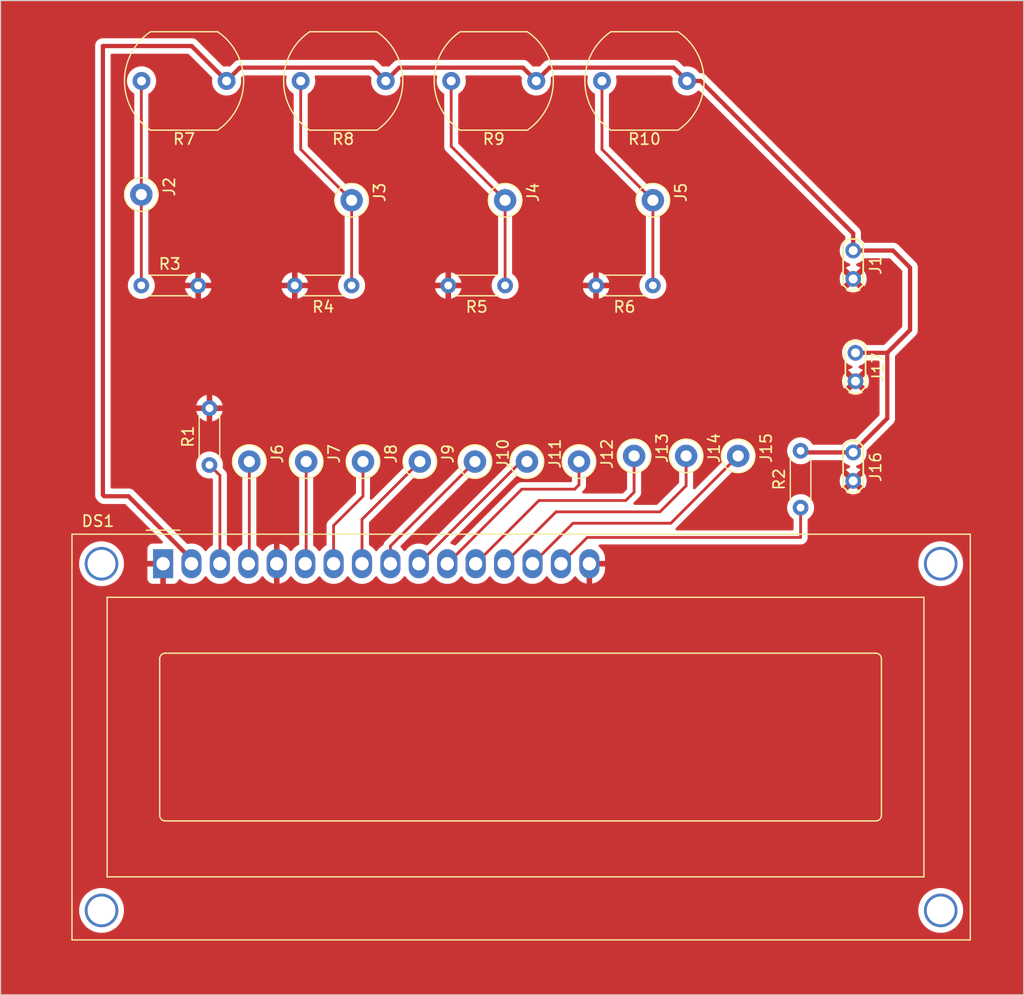
<source format=kicad_pcb>
(kicad_pcb (version 20221018) (generator pcbnew)
  (layers (0 "F.Cu" signal) (31 "B.Cu" signal) (34 "B.Paste" user) (35 "F.Paste" user) (36 "B.SilkS" user "B.Silkscreen") (37 "F.SilkS" user "F.Silkscreen") (38 "B.Mask" user) (39 "F.Mask" user) (44 "Edge.Cuts" user))
  (net 0 "")
  (net 1 "Net-(DS1-VO)")
  (net 2 "Net-(DS1-LED(+))")
  (net 3 "Net-(J2-Pin_1)")
  (net 4 "Net-(J3-Pin_1)")
  (net 5 "Net-(J4-Pin_1)")
  (net 6 "Net-(J5-Pin_1)")
  (net 7 "+5V")
  (net 8 "GND")
  (net 9 "Net-(DS1-RS)")
  (net 10 "Net-(DS1-E)")
  (net 11 "Net-(DS1-D0)")
  (net 12 "Net-(DS1-D1)")
  (net 13 "Net-(DS1-D2)")
  (net 14 "Net-(DS1-D3)")
  (net 15 "Net-(DS1-D4)")
  (net 16 "Net-(DS1-D5)")
  (net 17 "Net-(DS1-D6)")
  (net 18 "Net-(DS1-D7)")
  (footprint "Resistor_THT:R_Axial_DIN0204_L3.6mm_D1.6mm_P5.08mm_Horizontal" (layer "F.Cu") (at 149.232 68.656 180)
    (fp_text reference "R5" (at 2.54 -1.92) (layer "F.SilkS"))
    (fp_text value "10k")
    (fp_line (start 0.62 -0.92) (end 4.46 -0.92) (stroke (width 0.12)) (layer "F.SilkS"))
    (fp_line (start 0.62 0.92) (end 4.46 0.92) (stroke (width 0.12)) (layer "F.SilkS"))
    (pad "1" thru_hole circle (at 0 0 180) (size 1.4 1.4) (drill 0.7) (layers "*.Cu" "*.Mask") (net 5 "Net-(J4-Pin_1)"))
    (pad "2" thru_hole oval (at 5.08 0 180) (size 1.4 1.4) (drill 0.7) (layers "*.Cu" "*.Mask") (net 8 "GND"))
  )
  (footprint "TestPoint:TestPoint_2Pads_Pitch2.54mm_Drill0.8mm" (layer "F.Cu") (at 180.546 74.676 -90)
    (fp_text reference "J17" (at 1.3 -2 90) (layer "F.SilkS"))
    (fp_text value "~")
    (fp_line (start -1.03 -0.4) (end -0.53 -0.9) (stroke (width 0.15)) (layer "F.SilkS"))
    (fp_line (start -1.03 0.4) (end -1.03 -0.4) (stroke (width 0.15)) (layer "F.SilkS"))
    (fp_line (start -0.53 -0.9) (end 3.07 -0.9) (stroke (width 0.15)) (layer "F.SilkS"))
    (fp_line (start -0.53 0.9) (end -1.03 0.4) (stroke (width 0.15)) (layer "F.SilkS"))
    (fp_line (start 3.07 -0.9) (end 3.57 -0.4) (stroke (width 0.15)) (layer "F.SilkS"))
    (fp_line (start 3.07 0.9) (end -0.53 0.9) (stroke (width 0.15)) (layer "F.SilkS"))
    (fp_line (start 3.57 -0.4) (end 3.57 0.4) (stroke (width 0.15)) (layer "F.SilkS"))
    (fp_line (start 3.57 0.4) (end 3.07 0.9) (stroke (width 0.15)) (layer "F.SilkS"))
    (pad "1" thru_hole circle (at 0 0 270) (size 1.4 1.4) (drill 0.8) (layers "*.Cu" "*.Mask") (net 7 "+5V"))
    (pad "2" thru_hole circle (at 2.54 0 270) (size 1.4 1.4) (drill 0.8) (layers "*.Cu" "*.Mask") (net 8 "GND"))
  )
  (footprint "TestPoint:TestPoint_Loop_D1.80mm_Drill1.0mm_Beaded" (layer "F.Cu") (at 162.44 61.036 90)
    (fp_text reference "J5" (at 0.7 2.5 90) (layer "F.SilkS"))
    (fp_text value "~")
    (fp_circle (center 0 0) (end 1.5 0) (stroke (width 0.12)) (fill none) (layer "F.SilkS"))
    (pad "1" thru_hole circle (at 0 0 90) (size 2 2) (drill 1) (layers "*.Cu" "*.Mask") (net 6 "Net-(J5-Pin_1)"))
  )
  (footprint "Resistor_THT:R_Axial_DIN0204_L3.6mm_D1.6mm_P5.08mm_Horizontal" (layer "F.Cu") (at 135.516 68.656 180)
    (fp_text reference "R4" (at 2.54 -1.92) (layer "F.SilkS"))
    (fp_text value "10k")
    (fp_line (start 0.62 -0.92) (end 4.46 -0.92) (stroke (width 0.12)) (layer "F.SilkS"))
    (fp_line (start 0.62 0.92) (end 4.46 0.92) (stroke (width 0.12)) (layer "F.SilkS"))
    (pad "1" thru_hole circle (at 0 0 180) (size 1.4 1.4) (drill 0.7) (layers "*.Cu" "*.Mask") (net 4 "Net-(J3-Pin_1)"))
    (pad "2" thru_hole oval (at 5.08 0 180) (size 1.4 1.4) (drill 0.7) (layers "*.Cu" "*.Mask") (net 8 "GND"))
  )
  (footprint "Resistor_THT:R_Axial_DIN0204_L3.6mm_D1.6mm_P5.08mm_Horizontal" (layer "F.Cu") (at 162.44 68.656 180)
    (fp_text reference "R6" (at 2.54 -1.92) (layer "F.SilkS"))
    (fp_text value "10k")
    (fp_line (start 0.62 -0.92) (end 4.46 -0.92) (stroke (width 0.12)) (layer "F.SilkS"))
    (fp_line (start 0.62 0.92) (end 4.46 0.92) (stroke (width 0.12)) (layer "F.SilkS"))
    (pad "1" thru_hole circle (at 0 0 180) (size 1.4 1.4) (drill 0.7) (layers "*.Cu" "*.Mask") (net 6 "Net-(J5-Pin_1)"))
    (pad "2" thru_hole oval (at 5.08 0 180) (size 1.4 1.4) (drill 0.7) (layers "*.Cu" "*.Mask") (net 8 "GND"))
  )
  (footprint "TestPoint:TestPoint_Loop_D1.80mm_Drill1.0mm_Beaded" (layer "F.Cu") (at 126.372 84.404 90)
    (fp_text reference "J6" (at 0.7 2.5 90) (layer "F.SilkS"))
    (fp_text value "~")
    (fp_circle (center 0 0) (end 1.5 0) (stroke (width 0.12)) (fill none) (layer "F.SilkS"))
    (pad "1" thru_hole circle (at 0 0 90) (size 2 2) (drill 1) (layers "*.Cu" "*.Mask") (net 9 "Net-(DS1-RS)"))
  )
  (footprint "Resistor_THT:R_Axial_DIN0204_L3.6mm_D1.6mm_P5.08mm_Horizontal" (layer "F.Cu") (at 122.809 84.709 90)
    (fp_text reference "R1" (at 2.54 -1.92 90) (layer "F.SilkS"))
    (fp_text value "1k")
    (fp_line (start 0.62 -0.92) (end 4.46 -0.92) (stroke (width 0.12)) (layer "F.SilkS"))
    (fp_line (start 0.62 0.92) (end 4.46 0.92) (stroke (width 0.12)) (layer "F.SilkS"))
    (pad "1" thru_hole circle (at 0 0 90) (size 1.4 1.4) (drill 0.7) (layers "*.Cu" "*.Mask") (net 1 "Net-(DS1-VO)"))
    (pad "2" thru_hole oval (at 5.08 0 90) (size 1.4 1.4) (drill 0.7) (layers "*.Cu" "*.Mask") (net 8 "GND"))
  )
  (footprint "TestPoint:TestPoint_Loop_D1.80mm_Drill1.0mm_Beaded" (layer "F.Cu") (at 149.232 61.036 90)
    (fp_text reference "J4" (at 0.7 2.5 90) (layer "F.SilkS"))
    (fp_text value "~")
    (fp_circle (center 0 0) (end 1.5 0) (stroke (width 0.12)) (fill none) (layer "F.SilkS"))
    (pad "1" thru_hole circle (at 0 0 90) (size 2 2) (drill 1) (layers "*.Cu" "*.Mask") (net 5 "Net-(J4-Pin_1)"))
  )
  (footprint "TestPoint:TestPoint_Loop_D1.80mm_Drill1.0mm_Beaded" (layer "F.Cu") (at 165.41 83.896 90)
    (fp_text reference "J14" (at 0.7 2.5 90) (layer "F.SilkS"))
    (fp_text value "~")
    (fp_circle (center 0 0) (end 1.5 0) (stroke (width 0.12)) (fill none) (layer "F.SilkS"))
    (pad "1" thru_hole circle (at 0 0 90) (size 2 2) (drill 1) (layers "*.Cu" "*.Mask") (net 17 "Net-(DS1-D6)"))
  )
  (footprint "TestPoint:TestPoint_Loop_D1.80mm_Drill1.0mm_Beaded" (layer "F.Cu") (at 170.06 83.896 90)
    (fp_text reference "J15" (at 0.7 2.5 90) (layer "F.SilkS"))
    (fp_text value "~")
    (fp_circle (center 0 0) (end 1.5 0) (stroke (width 0.12)) (fill none) (layer "F.SilkS"))
    (pad "1" thru_hole circle (at 0 0 90) (size 2 2) (drill 1) (layers "*.Cu" "*.Mask") (net 18 "Net-(DS1-D7)"))
  )
  (footprint "TestPoint:TestPoint_2Pads_Pitch2.54mm_Drill0.8mm" (layer "F.Cu") (at 180.34 65.532 -90)
    (fp_text reference "J1" (at 1.3 -2 90) (layer "F.SilkS"))
    (fp_text value "~")
    (fp_line (start -1.03 -0.4) (end -0.53 -0.9) (stroke (width 0.15)) (layer "F.SilkS"))
    (fp_line (start -1.03 0.4) (end -1.03 -0.4) (stroke (width 0.15)) (layer "F.SilkS"))
    (fp_line (start -0.53 -0.9) (end 3.07 -0.9) (stroke (width 0.15)) (layer "F.SilkS"))
    (fp_line (start -0.53 0.9) (end -1.03 0.4) (stroke (width 0.15)) (layer "F.SilkS"))
    (fp_line (start 3.07 -0.9) (end 3.57 -0.4) (stroke (width 0.15)) (layer "F.SilkS"))
    (fp_line (start 3.07 0.9) (end -0.53 0.9) (stroke (width 0.15)) (layer "F.SilkS"))
    (fp_line (start 3.57 -0.4) (end 3.57 0.4) (stroke (width 0.15)) (layer "F.SilkS"))
    (fp_line (start 3.57 0.4) (end 3.07 0.9) (stroke (width 0.15)) (layer "F.SilkS"))
    (pad "1" thru_hole circle (at 0 0 270) (size 1.4 1.4) (drill 0.8) (layers "*.Cu" "*.Mask") (net 7 "+5V"))
    (pad "2" thru_hole circle (at 2.54 0 270) (size 1.4 1.4) (drill 0.8) (layers "*.Cu" "*.Mask") (net 8 "GND"))
  )
  (footprint "Resistor_THT:R_Axial_DIN0204_L3.6mm_D1.6mm_P5.08mm_Horizontal" (layer "F.Cu") (at 175.641 88.519 90)
    (fp_text reference "R2" (at 2.54 -1.92 90) (layer "F.SilkS"))
    (fp_text value "1k")
    (fp_line (start 0.62 -0.92) (end 4.46 -0.92) (stroke (width 0.12)) (layer "F.SilkS"))
    (fp_line (start 0.62 0.92) (end 4.46 0.92) (stroke (width 0.12)) (layer "F.SilkS"))
    (pad "1" thru_hole circle (at 0 0 90) (size 1.4 1.4) (drill 0.7) (layers "*.Cu" "*.Mask") (net 2 "Net-(DS1-LED(+))"))
    (pad "2" thru_hole oval (at 5.08 0 90) (size 1.4 1.4) (drill 0.7) (layers "*.Cu" "*.Mask") (net 7 "+5V"))
  )
  (footprint "TestPoint:TestPoint_Loop_D1.80mm_Drill1.0mm_Beaded" (layer "F.Cu") (at 136.532 84.404 90)
    (fp_text reference "J8" (at 0.7 2.5 90) (layer "F.SilkS"))
    (fp_text value "~")
    (fp_circle (center 0 0) (end 1.5 0) (stroke (width 0.12)) (fill none) (layer "F.SilkS"))
    (pad "1" thru_hole circle (at 0 0 90) (size 2 2) (drill 1) (layers "*.Cu" "*.Mask") (net 11 "Net-(DS1-D0)"))
  )
  (footprint "TestPoint:TestPoint_Loop_D1.80mm_Drill1.0mm_Beaded" (layer "F.Cu") (at 131.452 84.404 90)
    (fp_text reference "J7" (at 0.7 2.5 90) (layer "F.SilkS"))
    (fp_text value "~")
    (fp_circle (center 0 0) (end 1.5 0) (stroke (width 0.12)) (fill none) (layer "F.SilkS"))
    (pad "1" thru_hole circle (at 0 0 90) (size 2 2) (drill 1) (layers "*.Cu" "*.Mask") (net 10 "Net-(DS1-E)"))
  )
  (footprint "TestPoint:TestPoint_2Pads_Pitch2.54mm_Drill0.8mm" (layer "F.Cu") (at 180.34 83.586 -90)
    (fp_text reference "J16" (at 1.3 -2 90) (layer "F.SilkS"))
    (fp_text value "~")
    (fp_line (start -1.03 -0.4) (end -0.53 -0.9) (stroke (width 0.15)) (layer "F.SilkS"))
    (fp_line (start -1.03 0.4) (end -1.03 -0.4) (stroke (width 0.15)) (layer "F.SilkS"))
    (fp_line (start -0.53 -0.9) (end 3.07 -0.9) (stroke (width 0.15)) (layer "F.SilkS"))
    (fp_line (start -0.53 0.9) (end -1.03 0.4) (stroke (width 0.15)) (layer "F.SilkS"))
    (fp_line (start 3.07 -0.9) (end 3.57 -0.4) (stroke (width 0.15)) (layer "F.SilkS"))
    (fp_line (start 3.07 0.9) (end -0.53 0.9) (stroke (width 0.15)) (layer "F.SilkS"))
    (fp_line (start 3.57 -0.4) (end 3.57 0.4) (stroke (width 0.15)) (layer "F.SilkS"))
    (fp_line (start 3.57 0.4) (end 3.07 0.9) (stroke (width 0.15)) (layer "F.SilkS"))
    (pad "1" thru_hole circle (at 0 0 270) (size 1.4 1.4) (drill 0.8) (layers "*.Cu" "*.Mask") (net 7 "+5V"))
    (pad "2" thru_hole circle (at 2.54 0 270) (size 1.4 1.4) (drill 0.8) (layers "*.Cu" "*.Mask") (net 8 "GND"))
  )
  (footprint "OptoDevice:R_LDR_10x8.5mm_P7.6mm_Vertical" (layer "F.Cu") (at 152.016 50.368 180)
    (fp_text reference "R9" (at 3.8 -5.2) (layer "F.SilkS"))
    (fp_text value "LDR03")
    (fp_line (start 0.8 -4.4) (end 6.8 -4.4) (stroke (width 0.12)) (layer "F.SilkS"))
    (fp_line (start 0.8 4.4) (end 6.8 4.4) (stroke (width 0.12)) (layer "F.SilkS"))
    (fp_arc (start 0.8 4.4) (mid -1.525374 0.019809) (end 0.76735 -4.37756) (stroke (width 0.12)) (layer "F.SilkS"))
    (fp_arc (start 6.8 -4.4) (mid 9.125374 -0.019809) (end 6.83265 4.37756) (stroke (width 0.12)) (layer "F.SilkS"))
    (pad "1" thru_hole circle (at 0 0 180) (size 1.6 1.6) (drill 0.8) (layers "*.Cu" "*.Mask") (net 7 "+5V"))
    (pad "2" thru_hole circle (at 7.6 0 180) (size 1.6 1.6) (drill 0.8) (layers "*.Cu" "*.Mask") (net 5 "Net-(J4-Pin_1)"))
  )
  (footprint "Display:WC1602A" (layer "F.Cu") (at 118.6631 93.5353)
    (fp_text reference "DS1" (at -5.82 -3.81) (layer "F.SilkS"))
    (fp_text value "WC1602A" hide)
    (fp_line (start -8.14 -2.64) (end -8.14 33.64) (stroke (width 0.12)) (layer "F.SilkS"))
    (fp_line (start -8.14 33.64) (end 72.14 33.64) (stroke (width 0.12)) (layer "F.SilkS"))
    (fp_line (start -8.13 -2.64) (end -7.34 -2.64) (stroke (width 0.12)) (layer "F.SilkS"))
    (fp_line (start -5 3) (end 68 3) (stroke (width 0.12)) (layer "F.SilkS"))
    (fp_line (start -5 28) (end -5 3) (stroke (width 0.12)) (layer "F.SilkS"))
    (fp_line (start -1.5 -3) (end 1.5 -3) (stroke (width 0.12)) (layer "F.SilkS"))
    (fp_line (start -0.29972 22.49932) (end -0.29972 8.5) (stroke (width 0.12)) (layer "F.SilkS"))
    (fp_line (start 0.2 8) (end 63.7 8) (stroke (width 0.12)) (layer "F.SilkS"))
    (fp_line (start 63.70066 23) (end 0.2 23) (stroke (width 0.12)) (layer "F.SilkS"))
    (fp_line (start 64.2 8.5) (end 64.2 22.5) (stroke (width 0.12)) (layer "F.SilkS"))
    (fp_line (start 68 3) (end 68 28) (stroke (width 0.12)) (layer "F.SilkS"))
    (fp_line (start 68 28) (end -5 28) (stroke (width 0.12)) (layer "F.SilkS"))
    (fp_line (start 72.14 -2.64) (end -7.34 -2.64) (stroke (width 0.12)) (layer "F.SilkS"))
    (fp_line (start 72.14 33.64) (end 72.14 -2.64) (stroke (width 0.12)) (layer "F.SilkS"))
    (fp_arc (start -0.29972 8.49884) (mid -0.153162 8.145018) (end 0.20066 7.99846) (stroke (width 0.12)) (layer "F.SilkS"))
    (fp_arc (start 0.20066 22.9997) (mid -0.153162 22.853142) (end -0.29972 22.49932) (stroke (width 0.12)) (layer "F.SilkS"))
    (fp_arc (start 63.7 8) (mid 64.053553 8.146447) (end 64.2 8.5) (stroke (width 0.12)) (layer "F.SilkS"))
    (fp_arc (start 64.20104 22.49932) (mid 64.054473 22.853115) (end 63.70066 22.9997) (stroke (width 0.12)) (layer "F.SilkS"))
    (pad "" thru_hole circle (at -5.4991 0) (size 3 3) (drill 2.5) (layers "*.Cu" "*.Mask"))
    (pad "" thru_hole circle (at -5.4991 31.0007) (size 3 3) (drill 2.5) (layers "*.Cu" "*.Mask"))
    (pad "" thru_hole circle (at 69.49948 31.0007) (size 3 3) (drill 2.5) (layers "*.Cu" "*.Mask"))
    (pad "" thru_hole circle (at 69.5 0) (size 3 3) (drill 2.5) (layers "*.Cu" "*.Mask"))
    (pad "1" thru_hole rect (at 0 0) (size 1.8 2.6) (drill 1.2) (layers "*.Cu" "*.Mask") (net 8 "GND"))
    (pad "2" thru_hole oval (at 2.54 0) (size 1.8 2.6) (drill 1.2) (layers "*.Cu" "*.Mask") (net 7 "+5V"))
    (pad "3" thru_hole oval (at 5.08 0) (size 1.8 2.6) (drill 1.2) (layers "*.Cu" "*.Mask") (net 1 "Net-(DS1-VO)"))
    (pad "4" thru_hole oval (at 7.62 0) (size 1.8 2.6) (drill 1.2) (layers "*.Cu" "*.Mask") (net 9 "Net-(DS1-RS)"))
    (pad "5" thru_hole oval (at 10.16 0) (size 1.8 2.6) (drill 1.2) (layers "*.Cu" "*.Mask") (net 8 "GND"))
    (pad "6" thru_hole oval (at 12.7 0) (size 1.8 2.6) (drill 1.2) (layers "*.Cu" "*.Mask") (net 10 "Net-(DS1-E)"))
    (pad "7" thru_hole oval (at 15.24 0) (size 1.8 2.6) (drill 1.2) (layers "*.Cu" "*.Mask") (net 11 "Net-(DS1-D0)"))
    (pad "8" thru_hole oval (at 17.78 0) (size 1.8 2.6) (drill 1.2) (layers "*.Cu" "*.Mask") (net 12 "Net-(DS1-D1)"))
    (pad "9" thru_hole oval (at 20.32 0) (size 1.8 2.6) (drill 1.2) (layers "*.Cu" "*.Mask") (net 13 "Net-(DS1-D2)"))
    (pad "10" thru_hole oval (at 22.86 0) (size 1.8 2.6) (drill 1.2) (layers "*.Cu" "*.Mask") (net 14 "Net-(DS1-D3)"))
    (pad "11" thru_hole oval (at 25.4 0) (size 1.8 2.6) (drill 1.2) (layers "*.Cu" "*.Mask") (net 15 "Net-(DS1-D4)"))
    (pad "12" thru_hole oval (at 27.94 0) (size 1.8 2.6) (drill 1.2) (layers "*.Cu" "*.Mask") (net 16 "Net-(DS1-D5)"))
    (pad "13" thru_hole oval (at 30.48 0) (size 1.8 2.6) (drill 1.2) (layers "*.Cu" "*.Mask") (net 17 "Net-(DS1-D6)"))
    (pad "14" thru_hole oval (at 33.02 0) (size 1.8 2.6) (drill 1.2) (layers "*.Cu" "*.Mask") (net 18 "Net-(DS1-D7)"))
    (pad "15" thru_hole oval (at 35.56 0) (size 1.8 2.6) (drill 1.2) (layers "*.Cu" "*.Mask") (net 2 "Net-(DS1-LED(+))"))
    (pad "16" thru_hole oval (at 38.1 0) (size 1.8 2.6) (drill 1.2) (layers "*.Cu" "*.Mask") (net 8 "GND"))
  )
  (footprint "TestPoint:TestPoint_Loop_D1.80mm_Drill1.0mm_Beaded" (layer "F.Cu") (at 116.72 60.528 90)
    (fp_text reference "J2" (at 0.7 2.5 90) (layer "F.SilkS"))
    (fp_text value "~")
    (fp_circle (center 0 0) (end 1.5 0) (stroke (width 0.12)) (fill none) (layer "F.SilkS"))
    (pad "1" thru_hole circle (at 0 0 90) (size 2 2) (drill 1) (layers "*.Cu" "*.Mask") (net 3 "Net-(J2-Pin_1)"))
  )
  (footprint "TestPoint:TestPoint_Loop_D1.80mm_Drill1.0mm_Beaded" (layer "F.Cu") (at 135.516 61.036 90)
    (fp_text reference "J3" (at 0.7 2.5 90) (layer "F.SilkS"))
    (fp_text value "~")
    (fp_circle (center 0 0) (end 1.5 0) (stroke (width 0.12)) (fill none) (layer "F.SilkS"))
    (pad "1" thru_hole circle (at 0 0 90) (size 2 2) (drill 1) (layers "*.Cu" "*.Mask") (net 4 "Net-(J3-Pin_1)"))
  )
  (footprint "TestPoint:TestPoint_Loop_D1.80mm_Drill1.0mm_Beaded" (layer "F.Cu") (at 160.76 83.896 90)
    (fp_text reference "J13" (at 0.7 2.5 90) (layer "F.SilkS"))
    (fp_text value "~")
    (fp_circle (center 0 0) (end 1.5 0) (stroke (width 0.12)) (fill none) (layer "F.SilkS"))
    (pad "1" thru_hole circle (at 0 0 90) (size 2 2) (drill 1) (layers "*.Cu" "*.Mask") (net 16 "Net-(DS1-D5)"))
  )
  (footprint "OptoDevice:R_LDR_10x8.5mm_P7.6mm_Vertical" (layer "F.Cu") (at 165.488 50.368 180)
    (fp_text reference "R10" (at 3.8 -5.2) (layer "F.SilkS"))
    (fp_text value "LDR03")
    (fp_line (start 0.8 -4.4) (end 6.8 -4.4) (stroke (width 0.12)) (layer "F.SilkS"))
    (fp_line (start 0.8 4.4) (end 6.8 4.4) (stroke (width 0.12)) (layer "F.SilkS"))
    (fp_arc (start 0.8 4.4) (mid -1.525374 0.019809) (end 0.76735 -4.37756) (stroke (width 0.12)) (layer "F.SilkS"))
    (fp_arc (start 6.8 -4.4) (mid 9.125374 -0.019809) (end 6.83265 4.37756) (stroke (width 0.12)) (layer "F.SilkS"))
    (pad "1" thru_hole circle (at 0 0 180) (size 1.6 1.6) (drill 0.8) (layers "*.Cu" "*.Mask") (net 7 "+5V"))
    (pad "2" thru_hole circle (at 7.6 0 180) (size 1.6 1.6) (drill 0.8) (layers "*.Cu" "*.Mask") (net 6 "Net-(J5-Pin_1)"))
  )
  (footprint "TestPoint:TestPoint_Loop_D1.80mm_Drill1.0mm_Beaded" (layer "F.Cu") (at 155.836 84.404 90)
    (fp_text reference "J12" (at 0.7 2.5 90) (layer "F.SilkS"))
    (fp_text value "~")
    (fp_circle (center 0 0) (end 1.5 0) (stroke (width 0.12)) (fill none) (layer "F.SilkS"))
    (pad "1" thru_hole circle (at 0 0 90) (size 2 2) (drill 1) (layers "*.Cu" "*.Mask") (net 15 "Net-(DS1-D4)"))
  )
  (footprint "TestPoint:TestPoint_Loop_D1.80mm_Drill1.0mm_Beaded" (layer "F.Cu") (at 141.612 84.404 90)
    (fp_text reference "J9" (at 0.7 2.5 90) (layer "F.SilkS"))
    (fp_text value "~")
    (fp_circle (center 0 0) (end 1.5 0) (stroke (width 0.12)) (fill none) (layer "F.SilkS"))
    (pad "1" thru_hole circle (at 0 0 90) (size 2 2) (drill 1) (layers "*.Cu" "*.Mask") (net 12 "Net-(DS1-D1)"))
  )
  (footprint "TestPoint:TestPoint_Loop_D1.80mm_Drill1.0mm_Beaded" (layer "F.Cu") (at 151.186 84.404 90)
    (fp_text reference "J11" (at 0.7 2.5 90) (layer "F.SilkS"))
    (fp_text value "~")
    (fp_circle (center 0 0) (end 1.5 0) (stroke (width 0.12)) (fill none) (layer "F.SilkS"))
    (pad "1" thru_hole circle (at 0 0 90) (size 2 2) (drill 1) (layers "*.Cu" "*.Mask") (net 14 "Net-(DS1-D3)"))
  )
  (footprint "OptoDevice:R_LDR_10x8.5mm_P7.6mm_Vertical" (layer "F.Cu") (at 138.564 50.368 180)
    (fp_text reference "R8" (at 3.8 -5.2) (layer "F.SilkS"))
    (fp_text value "LDR03")
    (fp_line (start 0.8 -4.4) (end 6.8 -4.4) (stroke (width 0.12)) (layer "F.SilkS"))
    (fp_line (start 0.8 4.4) (end 6.8 4.4) (stroke (width 0.12)) (layer "F.SilkS"))
    (fp_arc (start 0.8 4.4) (mid -1.525374 0.019809) (end 0.76735 -4.37756) (stroke (width 0.12)) (layer "F.SilkS"))
    (fp_arc (start 6.8 -4.4) (mid 9.125374 -0.019809) (end 6.83265 4.37756) (stroke (width 0.12)) (layer "F.SilkS"))
    (pad "1" thru_hole circle (at 0 0 180) (size 1.6 1.6) (drill 0.8) (layers "*.Cu" "*.Mask") (net 7 "+5V"))
    (pad "2" thru_hole circle (at 7.6 0 180) (size 1.6 1.6) (drill 0.8) (layers "*.Cu" "*.Mask") (net 4 "Net-(J3-Pin_1)"))
  )
  (footprint "Resistor_THT:R_Axial_DIN0204_L3.6mm_D1.6mm_P5.08mm_Horizontal" (layer "F.Cu") (at 116.72 68.656)
    (fp_text reference "R3" (at 2.54 -1.92) (layer "F.SilkS"))
    (fp_text value "10k")
    (fp_line (start 0.62 -0.92) (end 4.46 -0.92) (stroke (width 0.12)) (layer "F.SilkS"))
    (fp_line (start 0.62 0.92) (end 4.46 0.92) (stroke (width 0.12)) (layer "F.SilkS"))
    (pad "1" thru_hole circle (at 0 0) (size 1.4 1.4) (drill 0.7) (layers "*.Cu" "*.Mask") (net 3 "Net-(J2-Pin_1)"))
    (pad "2" thru_hole oval (at 5.08 0) (size 1.4 1.4) (drill 0.7) (layers "*.Cu" "*.Mask") (net 8 "GND"))
  )
  (footprint "OptoDevice:R_LDR_10x8.5mm_P7.6mm_Vertical" (layer "F.Cu") (at 124.34 50.368 180)
    (fp_text reference "R7" (at 3.8 -5.2) (layer "F.SilkS"))
    (fp_text value "LDR03")
    (fp_line (start 0.8 -4.4) (end 6.8 -4.4) (stroke (width 0.12)) (layer "F.SilkS"))
    (fp_line (start 0.8 4.4) (end 6.8 4.4) (stroke (width 0.12)) (layer "F.SilkS"))
    (fp_arc (start 0.8 4.4) (mid -1.525374 0.019809) (end 0.76735 -4.37756) (stroke (width 0.12)) (layer "F.SilkS"))
    (fp_arc (start 6.8 -4.4) (mid 9.125374 -0.019809) (end 6.83265 4.37756) (stroke (width 0.12)) (layer "F.SilkS"))
    (pad "1" thru_hole circle (at 0 0 180) (size 1.6 1.6) (drill 0.8) (layers "*.Cu" "*.Mask") (net 7 "+5V"))
    (pad "2" thru_hole circle (at 7.6 0 180) (size 1.6 1.6) (drill 0.8) (layers "*.Cu" "*.Mask") (net 3 "Net-(J2-Pin_1)"))
  )
  (footprint "TestPoint:TestPoint_Loop_D1.80mm_Drill1.0mm_Beaded" (layer "F.Cu") (at 146.536 84.404 90)
    (fp_text reference "J10" (at 0.7 2.5 90) (layer "F.SilkS"))
    (fp_text value "~")
    (fp_circle (center 0 0) (end 1.5 0) (stroke (width 0.12)) (fill none) (layer "F.SilkS"))
    (pad "1" thru_hole circle (at 0 0 90) (size 2 2) (drill 1) (layers "*.Cu" "*.Mask") (net 13 "Net-(DS1-D2)"))
  )
  (gr_line (start 195.58 132.08) (end 195.58 43.18) (stroke (width 0.1)) (layer "Edge.Cuts"))
  (gr_line (start 104.14 132.08) (end 195.58 132.08) (stroke (width 0.1)) (layer "Edge.Cuts"))
  (gr_line (start 195.58 43.18) (end 104.14 43.18) (stroke (width 0.1)) (layer "Edge.Cuts"))
  (gr_line (start 104.14 132.08) (end 104.14 43.18) (stroke (width 0.1)) (layer "Edge.Cuts"))
  (segment (start 123.7431 85.6431) (end 123.7431 93.5353) (width 0.25) (layer "F.Cu") (net 1))
  (segment (start 122.809 84.709) (end 123.7431 85.6431) (width 0.25) (layer "F.Cu") (net 1))
  (segment (start 175.641 88.519) (end 175.641 91.186) (width 0.25) (layer "F.Cu") (net 2))
  (segment (start 156.5724 91.186) (end 175.641 91.186) (width 0.25) (layer "F.Cu") (net 2))
  (segment (start 154.2231 93.5353) (end 156.5724 91.186) (width 0.25) (layer "F.Cu") (net 2))
  (segment (start 116.72 50.388) (end 116.74 50.368) (width 0.25) (layer "F.Cu") (net 3))
  (segment (start 116.72 60.528) (end 116.72 50.388) (width 0.25) (layer "F.Cu") (net 3))
  (segment (start 116.72 68.656) (end 116.72 60.528) (width 0.25) (layer "F.Cu") (net 3))
  (segment (start 130.964 50.368) (end 130.964 56.484) (width 0.25) (layer "F.Cu") (net 4))
  (segment (start 130.964 56.484) (end 135.516 61.036) (width 0.25) (layer "F.Cu") (net 4))
  (segment (start 135.516 61.036) (end 135.516 68.656) (width 0.25) (layer "F.Cu") (net 4))
  (segment (start 144.416 56.22) (end 144.416 50.368) (width 0.25) (layer "F.Cu") (net 5))
  (segment (start 149.232 61.036) (end 149.232 68.656) (width 0.25) (layer "F.Cu") (net 5))
  (segment (start 149.232 61.036) (end 144.416 56.22) (width 0.25) (layer "F.Cu") (net 5))
  (segment (start 162.44 68.656) (end 162.44 61.036) (width 0.25) (layer "F.Cu") (net 6))
  (segment (start 157.888 50.368) (end 157.888 56.484) (width 0.25) (layer "F.Cu") (net 6))
  (segment (start 157.888 56.484) (end 162.44 61.036) (width 0.25) (layer "F.Cu") (net 6))
  (segment (start 183.388 80.538) (end 180.34 83.586) (width 0.381) (layer "F.Cu") (net 7))
  (segment (start 180.34 65.532) (end 183.896 65.532) (width 0.381) (layer "F.Cu") (net 7))
  (segment (start 180.34 64.008) (end 166.7 50.368) (width 0.381) (layer "F.Cu") (net 7))
  (segment (start 121.216 47.244) (end 113.284 47.244) (width 0.381) (layer "F.Cu") (net 7))
  (segment (start 183.388 74.676) (end 183.388 80.538) (width 0.381) (layer "F.Cu") (net 7))
  (segment (start 153.2065 49.1775) (end 152.016 50.368) (width 0.381) (layer "F.Cu") (net 7))
  (segment (start 180.34 65.532) (end 180.34 64.008) (width 0.381) (layer "F.Cu") (net 7))
  (segment (start 183.896 65.532) (end 185.42 67.056) (width 0.381) (layer "F.Cu") (net 7))
  (segment (start 175.788 83.586) (end 175.641 83.439) (width 0.381) (layer "F.Cu") (net 7))
  (segment (start 152.016 50.368) (end 150.8255 49.1775) (width 0.381) (layer "F.Cu") (net 7))
  (segment (start 183.388 74.676) (end 180.546 74.676) (width 0.381) (layer "F.Cu") (net 7))
  (segment (start 113.411 87.503) (end 115.5708 87.503) (width 0.381) (layer "F.Cu") (net 7))
  (segment (start 139.7545 49.1775) (end 138.564 50.368) (width 0.381) (layer "F.Cu") (net 7))
  (segment (start 164.2975 49.1775) (end 153.2065 49.1775) (width 0.381) (layer "F.Cu") (net 7))
  (segment (start 115.5708 87.503) (end 121.2031 93.1353) (width 0.381) (layer "F.Cu") (net 7))
  (segment (start 180.34 83.586) (end 175.788 83.586) (width 0.381) (layer "F.Cu") (net 7))
  (segment (start 121.2031 93.1353) (end 121.2031 93.5353) (width 0.381) (layer "F.Cu") (net 7))
  (segment (start 113.284 87.376) (end 113.411 87.503) (width 0.381) (layer "F.Cu") (net 7))
  (segment (start 125.5305 49.1775) (end 124.34 50.368) (width 0.381) (layer "F.Cu") (net 7))
  (segment (start 138.564 50.368) (end 137.3735 49.1775) (width 0.381) (layer "F.Cu") (net 7))
  (segment (start 165.488 50.368) (end 164.2975 49.1775) (width 0.381) (layer "F.Cu") (net 7))
  (segment (start 185.42 72.644) (end 183.388 74.676) (width 0.381) (layer "F.Cu") (net 7))
  (segment (start 113.284 47.244) (end 113.284 87.376) (width 0.381) (layer "F.Cu") (net 7))
  (segment (start 137.3735 49.1775) (end 125.5305 49.1775) (width 0.381) (layer "F.Cu") (net 7))
  (segment (start 166.7 50.368) (end 165.488 50.368) (width 0.381) (layer "F.Cu") (net 7))
  (segment (start 185.42 67.056) (end 185.42 72.644) (width 0.381) (layer "F.Cu") (net 7))
  (segment (start 124.34 50.368) (end 121.216 47.244) (width 0.381) (layer "F.Cu") (net 7))
  (segment (start 150.8255 49.1775) (end 139.7545 49.1775) (width 0.381) (layer "F.Cu") (net 7))
  (segment (start 126.372 84.404) (end 126.372 93.4464) (width 0.25) (layer "F.Cu") (net 9))
  (segment (start 126.372 93.4464) (end 126.2831 93.5353) (width 0.25) (layer "F.Cu") (net 9))
  (segment (start 131.452 93.4464) (end 131.3631 93.5353) (width 0.25) (layer "F.Cu") (net 10))
  (segment (start 131.452 84.404) (end 131.452 93.4464) (width 0.25) (layer "F.Cu") (net 10))
  (segment (start 133.9031 90.1249) (end 133.9031 93.5353) (width 0.25) (layer "F.Cu") (net 11))
  (segment (start 136.532 84.404) (end 136.532 87.496) (width 0.25) (layer "F.Cu") (net 11))
  (segment (start 136.532 87.496) (end 133.9031 90.1249) (width 0.25) (layer "F.Cu") (net 11))
  (segment (start 136.4431 93.5353) (end 136.4431 89.5729) (width 0.25) (layer "F.Cu") (net 12))
  (segment (start 136.4431 89.5729) (end 141.612 84.404) (width 0.25) (layer "F.Cu") (net 12))
  (segment (start 138.9831 93.5353) (end 138.9831 91.9569) (width 0.25) (layer "F.Cu") (net 13))
  (segment (start 138.9831 91.9569) (end 146.536 84.404) (width 0.25) (layer "F.Cu") (net 13))
  (segment (start 150.6544 84.404) (end 151.186 84.404) (width 0.25) (layer "F.Cu") (net 14))
  (segment (start 141.5231 93.5353) (end 150.6544 84.404) (width 0.25) (layer "F.Cu") (net 14))
  (segment (start 155.448 86.868) (end 155.836 86.48) (width 0.25) (layer "F.Cu") (net 15))
  (segment (start 144.0631 93.5353) (end 150.7304 86.868) (width 0.25) (layer "F.Cu") (net 15))
  (segment (start 150.7304 86.868) (end 155.448 86.868) (width 0.25) (layer "F.Cu") (net 15))
  (segment (start 155.836 86.48) (end 155.836 84.404) (width 0.25) (layer "F.Cu") (net 15))
  (segment (start 160.76 87.144) (end 160.76 83.896) (width 0.25) (layer "F.Cu") (net 16))
  (segment (start 160.02 87.884) (end 160.76 87.144) (width 0.25) (layer "F.Cu") (net 16))
  (segment (start 146.6031 93.5353) (end 152.2544 87.884) (width 0.25) (layer "F.Cu") (net 16))
  (segment (start 152.2544 87.884) (end 160.02 87.884) (width 0.25) (layer "F.Cu") (net 16))
  (segment (start 165.41 86.558) (end 165.41 83.896) (width 0.25) (layer "F.Cu") (net 17))
  (segment (start 153.7784 88.9) (end 163.068 88.9) (width 0.25) (layer "F.Cu") (net 17))
  (segment (start 163.068 88.9) (end 165.41 86.558) (width 0.25) (layer "F.Cu") (net 17))
  (segment (start 149.1431 93.5353) (end 153.7784 88.9) (width 0.25) (layer "F.Cu") (net 17))
  (segment (start 149.1431 93.5353) (end 149.417096 93.5353) (width 0.25) (layer "F.Cu") (net 17))
  (segment (start 151.6831 93.5353) (end 155.3024 89.916) (width 0.25) (layer "F.Cu") (net 18))
  (segment (start 155.3024 89.916) (end 164.04 89.916) (width 0.25) (layer "F.Cu") (net 18))
  (segment (start 164.04 89.916) (end 170.06 83.896) (width 0.25) (layer "F.Cu") (net 18))
  (zone (net 8) (net_name "GND") (layer "F.Cu") (connect_pads (clearance 0.5)) (min_thickness 0.25) (fill yes (thermal_gap 0.5) (thermal_bridge_width 0.5))
    (polygon (pts (xy 104.14 43.18) (xy 195.58 43.18) (xy 195.58 132.08) (xy 104.14 132.08)))
  )
)
</source>
